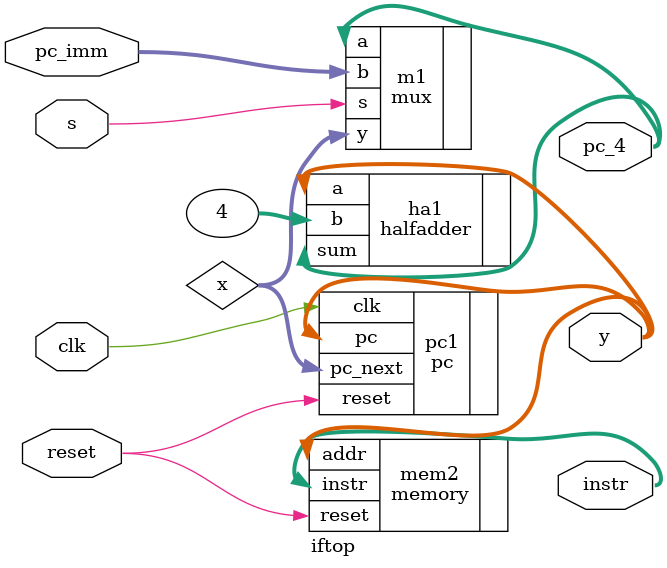
<source format=sv>
module iftop#(parameter n=32)
( input logic [n-1:0] pc_imm,
input logic s,clk,reset, 
output logic [n-1:0] instr,
output logic [n-1:0] pc_4, 
output logic [n-1:0] y);
logic [n-1:0] x;
// const bit z=4;
mux m1(.a(pc_4),.b(pc_imm),.s(s),.y(x));
pc pc1(.pc_next(x),.clk(clk),.reset(reset),.pc(y));
memory mem2(.addr(y),.reset(reset),.instr(instr)); 
halfadder ha1(.a(y),.b(4),.sum(pc_4));
endmodule

</source>
